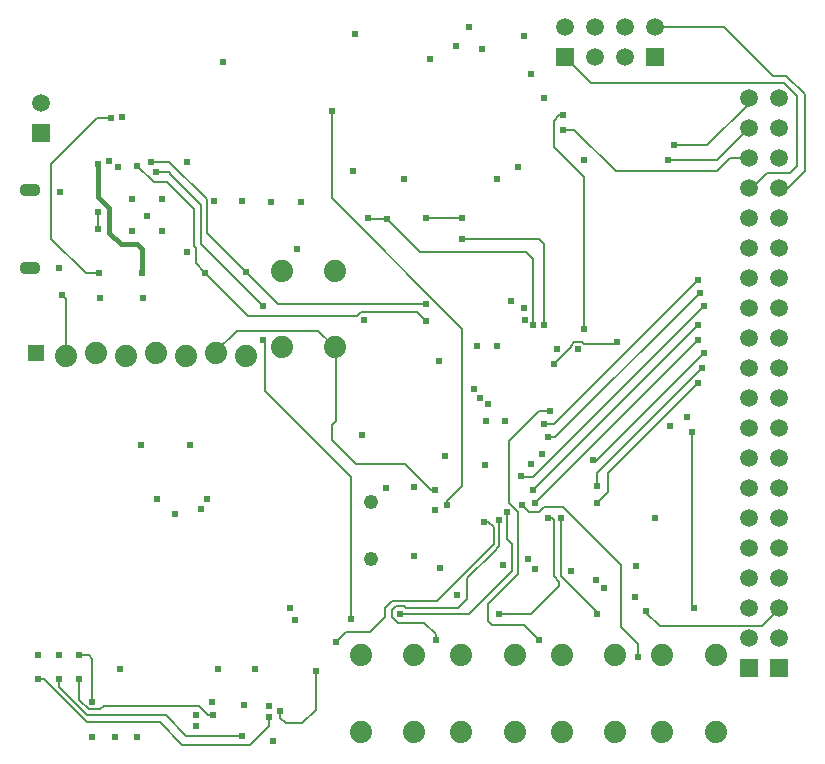
<source format=gbr>
%TF.GenerationSoftware,Novarm,DipTrace,3.2.0.1*%
%TF.CreationDate,2018-09-17T07:16:26-08:00*%
%FSLAX26Y26*%
%MOIN*%
%TF.FileFunction,Copper,L2,Inr*%
%TF.Part,Single*%
%AMOUTLINE1*
4,1,4,
0.026163,0.026163,
0.026205,-0.026121,
-0.026121,-0.026205,
-0.026163,0.026163,
0.026163,0.026163,
0*%
%TA.AperFunction,Conductor*%
%ADD15C,0.007*%
%ADD16C,0.006*%
%ADD17C,0.015748*%
%TA.AperFunction,ComponentPad*%
%ADD33R,0.059055X0.059055*%
%ADD34C,0.059055*%
%ADD38O,0.070866X0.043307*%
%ADD45C,0.074*%
%ADD62R,0.05937X0.05937*%
%ADD63C,0.05937*%
%ADD67C,0.048*%
%TA.AperFunction,ViaPad*%
%ADD68C,0.024*%
%TA.AperFunction,ComponentPad*%
%ADD147OUTLINE1*%
G75*
G01*
%LPD*%
X1281108Y543948D2*
D15*
Y522075D1*
X1299856Y503327D1*
X1356100D1*
X1399845Y547072D1*
Y678309D1*
X2174950Y1456201D2*
D16*
X2199610D1*
X2680961Y1937551D1*
X2162452Y1499952D2*
X2193366D1*
X2674711Y1981297D1*
X2502855Y878288D2*
D15*
Y872047D1*
X2548201Y826701D1*
X2886452D1*
X2947201Y887450D1*
X2943701D1*
X2337247Y1293869D2*
D16*
Y1337614D1*
X2687210Y1687578D1*
X2337247Y1237625D2*
X2374743Y1275121D1*
Y1337614D1*
X2674711Y1637583D1*
X674921Y2149952D2*
D15*
Y2206273D1*
X2224759Y2481244D2*
D16*
X2262255D1*
X2399740Y2343759D1*
X2737205D1*
X2780897Y2387450D1*
X2843701D1*
Y2487450D2*
X2843400D1*
X2737205Y2381255D1*
X2574722D1*
X656173Y575194D2*
Y718929D1*
X643675Y731428D1*
X612428D1*
X1156121Y462706D2*
X968641D1*
X899898Y531449D1*
X637425D1*
X543685Y625189D1*
Y650187D1*
X1243612Y525200D2*
Y493953D1*
X1181118Y431460D1*
X956142D1*
X881150Y506452D1*
X637425D1*
X493691Y650187D1*
X474942D1*
X1057432Y532605D2*
X1042477D1*
X1012386Y562696D1*
X693670D1*
X681171Y550197D1*
X643675D1*
X612428Y581444D1*
Y650187D1*
X2162265Y1831313D2*
Y2100137D1*
X2143701Y2118701D1*
X1887453D1*
X806201Y2362452D2*
X862452Y2306201D1*
X906201D1*
X993701Y2218701D1*
Y2093701D1*
X999950Y2087452D1*
Y2037453D1*
X1031777Y2005626D1*
X1174952Y1862452D1*
X1537450D1*
X1549950Y1874952D1*
X1737450D1*
X1768701Y1843701D1*
X849903Y2375005D2*
X912397D1*
X1037383Y2250019D1*
Y2137519D1*
X1174950Y1999952D1*
X1168620Y2006282D1*
X1174950Y1999952D2*
X1274847Y1900055D1*
X1768557D1*
X2131019Y1237625D2*
X2674711Y1781318D1*
X2324748Y1381360D2*
X2330998Y1375110D1*
X2693460Y1737572D1*
X868701Y2340576D2*
D15*
X915579D1*
D16*
Y2334323D1*
X1018701Y2231201D1*
Y2099950D1*
X1224864Y1893788D1*
Y1781318D2*
X1231201D1*
Y1612498D1*
D15*
X1518583Y1325116D1*
Y850166D1*
X2943701Y2287450D2*
D16*
X2974616D1*
X3030924Y2343759D1*
Y2599982D1*
X2968431Y2662475D1*
X2924685D1*
X2762202Y2824958D1*
X2530987D1*
X2530977Y2824969D1*
X2193512Y1700076D2*
X2249756Y1756320D1*
Y1762570D1*
X2262255Y1775068D1*
X2287252D1*
X2293502Y1768819D1*
X2399740D1*
X2405990Y1775068D1*
X2843701Y2587450D2*
Y2568992D1*
X2705958Y2431250D1*
X2593470D1*
X2084149Y1328240D2*
X2087437Y1324952D1*
X2124952D1*
X2693806Y1893806D1*
X2124769Y1281370D2*
X2674711Y1831313D1*
X1962286Y1175131D2*
X1974785D1*
X1993533Y1156383D1*
Y1100139D1*
X1806053Y912659D1*
X1656068D1*
X1631071Y887662D1*
Y856415D1*
X1581076Y806420D1*
X1499835D1*
X1468588Y775173D1*
X1799803Y781423D2*
Y800171D1*
X1762307Y837667D1*
X1674816D1*
X1656068Y856415D1*
Y881412D1*
X1668567Y893911D1*
X1693565D1*
X1699814Y887662D1*
X1874795D1*
X1906042Y918908D1*
Y987651D1*
X1993533Y1075142D1*
Y1075752D1*
X2012281Y1094500D1*
Y1181381D1*
X2181013Y1543843D2*
X2143517D1*
X2043528Y1443853D1*
Y1237625D1*
X2074774Y1206378D1*
Y1000150D1*
X1974785Y900160D1*
Y843916D1*
X1987284Y831418D1*
X2093523D1*
X2143517Y781423D1*
X2087273Y1231376D2*
X2112271Y1206378D1*
X2143517D1*
X2162265Y1225126D1*
X2224759D1*
X2418488Y1031397D1*
Y825168D1*
X2474732Y768924D1*
Y725420D1*
X568701Y1727450D2*
Y1918785D1*
X556184Y1931302D1*
X2843701Y2287450D2*
X2855878D1*
X2905937Y2337509D1*
X2980929D1*
X3005927Y2362507D1*
Y2593732D1*
X2962181Y2637478D1*
X2318467D1*
X2230977Y2724969D1*
X1837299Y1231376D2*
D15*
Y1243874D1*
X1887294Y1293869D1*
Y1818814D1*
X1453076Y2253032D1*
Y2543701D1*
X676013Y2368756D2*
D17*
Y2258301D1*
X712418Y2221897D1*
Y2137530D1*
X749914Y2100034D1*
X806158D1*
X821781Y2084411D1*
Y2003170D1*
X678046D2*
D16*
X634301D1*
X518688Y2118782D1*
Y2368756D1*
X671797Y2521865D1*
X718667D1*
X2293502Y1818814D2*
Y2325011D1*
X2193512Y2425000D1*
Y2512491D1*
X2212260Y2531239D1*
X2224759D1*
X1681066Y868914D2*
X1912292D1*
X2056026Y1012649D1*
Y1100139D1*
X2037278Y1118887D1*
Y1206378D1*
X2012450Y868914D2*
X2118520D1*
X2212260Y962654D1*
Y975152D1*
X2193512Y993900D1*
Y1181381D1*
X2187263Y1187630D1*
X2174764D1*
X2218509D2*
Y993900D1*
X2337247Y875163D1*
Y868914D1*
X2655963Y1475100D2*
Y893911D1*
X2662213Y887662D1*
X1068701Y1737450D2*
D15*
Y1743701D1*
X1137450Y1812450D1*
X1409201D1*
X1465450Y1756201D1*
X1796824Y1281201D2*
X1784349D1*
X1696689Y1368861D1*
X1534206D1*
X1456089Y1446978D1*
Y1496973D1*
X1468701Y1509584D1*
Y1752950D1*
X1465450Y1756201D1*
X1637450Y2185630D2*
X1576781D1*
X1574960Y2187452D1*
X2124769Y1831313D2*
D16*
Y2050133D1*
X2099865Y2075037D1*
X1748044D1*
X1637450Y2185630D1*
X1889274Y2187452D2*
D15*
X1768710D1*
D68*
X1281108Y543948D3*
X1399845Y678309D3*
X2174950Y1456201D3*
X2680961Y1937551D3*
X2162452Y1499952D3*
X2674711Y1981297D3*
X2502855Y878288D3*
X2337247Y1293869D3*
X2687210Y1687578D3*
X2337247Y1237625D3*
X2674711Y1637583D3*
X970858Y2375912D3*
X971765Y2075037D3*
X712452Y2378164D3*
X674921Y2149952D3*
Y2206273D3*
X740540Y2356257D3*
X1562452Y1846936D3*
X548502Y2275936D3*
X837404Y2193774D3*
X1252987Y2240645D3*
X1352978D3*
X756299Y2524949D3*
X1091242Y2709324D3*
X1196826Y684326D3*
X1074879D3*
X1257591Y445436D3*
X1196826Y684326D3*
X1257591Y445436D3*
X1796824Y1214272D3*
X1728075Y1059658D3*
X1315576Y887450D3*
X1257591Y445436D3*
X681171Y1921928D3*
X1315576Y887450D3*
X824906Y1921928D3*
X1331299Y846844D3*
X1196826Y684326D3*
X749696D3*
X1331299Y846844D3*
X1002314Y492840D3*
X787683Y2250181D3*
X887452Y2249950D3*
X887310Y2143841D3*
X548502Y2275936D3*
X545377Y2020030D3*
X787683Y2143780D3*
X1831050Y1393858D3*
X1728075Y1290883D3*
X1796824Y1214272D3*
X1062452Y2243701D3*
X1156201D3*
X1062452D3*
X1156201D3*
X1252987Y2240645D3*
X731071Y456457D3*
X1002314Y492840D3*
X1531082Y2799961D3*
X1091242Y2709324D3*
X1912292Y2824958D3*
X2093523Y2793711D3*
X2162265Y2587483D3*
X1524832Y2343759D3*
X1693565Y2318761D3*
X2003772Y2318550D3*
X2074774Y2356257D3*
X2003772Y2318550D3*
X2293502Y2381255D3*
X2023294Y1029911D3*
X2530977Y1187630D3*
X2023294Y1029911D3*
X1939103Y1762570D3*
X1812302Y1712575D3*
X2274753Y1750071D3*
X1939103Y1762570D3*
X2637215Y1525095D3*
X2274753Y1750071D3*
X981201Y1431201D3*
X819292D3*
X1956201Y2749950D3*
X2097213Y1847213D3*
X2224759Y2481244D3*
X2156201Y1399952D3*
X1037452Y1249952D3*
X2574722Y2381255D3*
X1781201Y2718701D3*
X2093701Y1887452D3*
X656173Y575194D3*
X612428Y731428D3*
X1156121Y462706D3*
X543685Y650187D3*
X1243612Y525200D3*
X474942Y650187D3*
X1057432Y532605D3*
X612428Y650187D3*
X2131019Y1018898D3*
X931145Y1200129D3*
X474952Y731201D3*
X2162265Y1831313D3*
X1887453Y2118701D3*
X806201Y2362452D3*
X1031777Y2005626D3*
X1768701Y1843701D3*
X849903Y2375005D3*
X1168620Y2006282D3*
X1768557Y1900055D3*
X2131019Y1237625D3*
X2674711Y1781318D3*
X2324748Y1381360D3*
X2693460Y1737572D3*
X1634196Y1287620D3*
X1556079Y1465726D3*
X868701Y2340576D3*
X1224864Y1893788D3*
Y1781318D3*
X1518583Y850166D3*
X2465576Y924952D3*
X2193512Y1700076D3*
X2405990Y1775068D3*
X1018701Y1218701D3*
X2118701Y1368701D3*
X2593470Y2431250D3*
X1868546Y2762465D3*
X2050197Y1912452D3*
X2084149Y1328240D3*
X2693806Y1893806D3*
X2362450Y953076D3*
X1243612Y562696D3*
X2362450Y953076D3*
X1871826Y931201D3*
X806158Y456457D3*
X1002314Y532604D3*
X1243612Y562696D3*
X2124769Y1281370D3*
X2674711Y1831313D3*
X2334326Y981201D3*
X1160723Y564173D3*
X1815427Y1022534D3*
X2334326Y981201D3*
X1056131Y575194D3*
X1160723Y564173D3*
X656173Y456457D3*
X1056131Y575194D3*
X1962286Y1175131D3*
X1468588Y775173D3*
X1799803Y781423D3*
X2012281Y1181381D3*
X2181013Y1543843D3*
X2143517Y781423D3*
X2087273Y1231376D3*
X2474732Y725420D3*
X2031029Y1512596D3*
X556184Y1931302D3*
X1946826Y1587452D3*
X1928076Y1618701D3*
X1974950Y1568700D3*
X1968847Y1512596D3*
X1837299Y1231376D3*
X1453076Y2543701D3*
X2468483Y1027147D3*
X2249756Y1012649D3*
X2580971Y1493848D3*
X2468483Y1027147D3*
X2006032Y1762570D3*
X2206011Y1750071D3*
X676013Y2368756D3*
X821781Y2003170D3*
X678046D3*
X718667Y2521865D3*
X2293502Y1818814D3*
X2224759Y2531239D3*
D3*
X1681066Y868914D3*
X2037278Y1206378D3*
X2012450Y868914D3*
X2174764Y1187630D3*
X2218509D3*
X2337247Y868914D3*
X2655963Y1475100D3*
X2662213Y887662D3*
X2109252Y1050145D3*
X871826Y1249952D3*
X543701Y731201D3*
X1796824Y1281201D3*
X1965551Y1365600D3*
X1337352Y2084411D3*
X1637450Y2185630D3*
X1574960Y2187452D3*
X2124769Y1831313D3*
X1637450Y2185630D3*
X1889274Y2187452D3*
X1768710D3*
X2118520Y2668725D3*
X1889274Y2187452D3*
D33*
X484316Y2471870D3*
D34*
Y2571870D3*
D38*
X448999Y2279873D3*
Y2020030D3*
D147*
X468701Y1737450D3*
D45*
X568701Y1727450D3*
X668701Y1737450D3*
X768701Y1727450D3*
X868701Y1737450D3*
X968701Y1727450D3*
X1068701Y1737450D3*
X1168701Y1727450D3*
D33*
X2843701Y687450D3*
D34*
Y787450D3*
Y887450D3*
Y987450D3*
Y1087450D3*
Y1187450D3*
Y1287450D3*
Y1387450D3*
Y1487450D3*
Y1587450D3*
Y1687450D3*
Y1787450D3*
Y1887450D3*
Y1987450D3*
Y2087450D3*
Y2187450D3*
Y2287450D3*
Y2387450D3*
Y2487450D3*
Y2587450D3*
D33*
X2943701Y687450D3*
D34*
Y787450D3*
Y887450D3*
Y987450D3*
Y1087450D3*
Y1187450D3*
Y1287450D3*
Y1387450D3*
Y1487450D3*
Y1587450D3*
Y1687450D3*
Y1787450D3*
Y1887450D3*
Y1987450D3*
Y2087450D3*
Y2187450D3*
Y2287450D3*
Y2387450D3*
Y2487450D3*
Y2587450D3*
D45*
X1287450Y1756201D3*
Y2012201D3*
X1465450Y1756201D3*
Y2012201D3*
X1549950Y474950D3*
Y730950D3*
X1727950Y474950D3*
Y730950D3*
X1885368Y474950D3*
Y730950D3*
X2063368Y474950D3*
Y730950D3*
X2220784Y474950D3*
Y730950D3*
X2398784Y474950D3*
Y730950D3*
X2556201Y474950D3*
Y730950D3*
X2734201Y474950D3*
Y730950D3*
D62*
X2530977Y2724969D3*
D63*
Y2824969D3*
X2430977Y2724969D3*
Y2824969D3*
X2330977Y2724969D3*
Y2824969D3*
D62*
X2230977Y2724969D3*
D63*
Y2824969D3*
D67*
X1584326Y1049954D3*
Y1239954D3*
M02*

</source>
